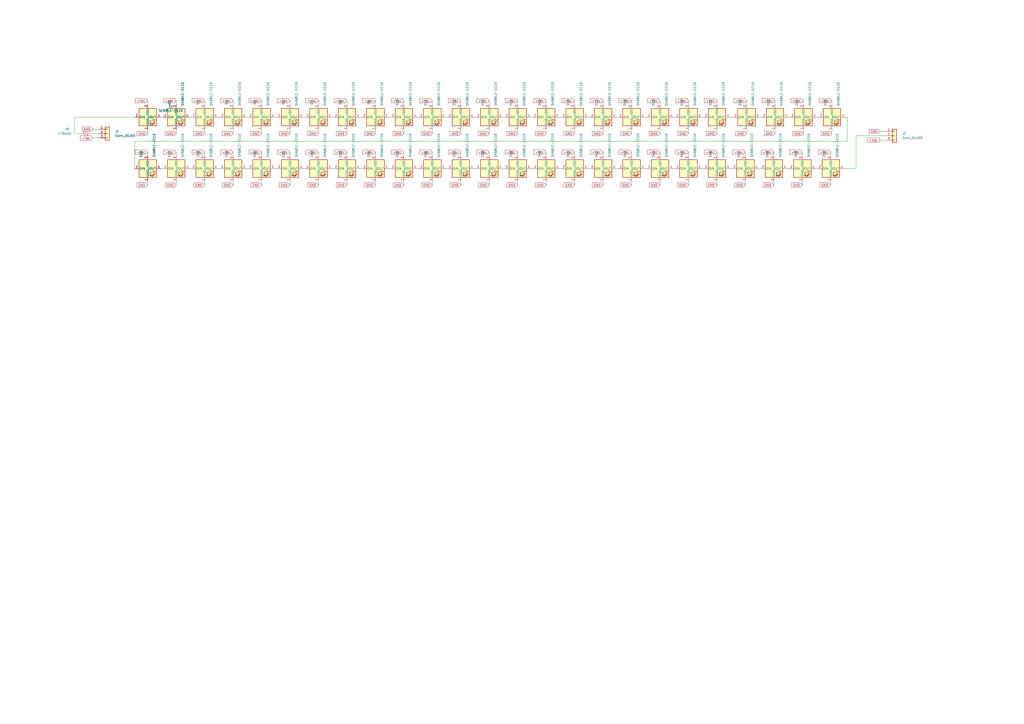
<source format=kicad_sch>
(kicad_sch (version 20231120) (generator "eeschema") (generator_version "8.0")
  (paper "A2")
  (lib_symbols
    (symbol "Connector_Generic:Conn_01x03" (pin_names (offset 1.016) hide)
      (property "Reference" "J" (at 0 5.08 0))
      (property "Value" "Conn_01x03" (at 0 -5.08 0))
      (symbol "Conn_01x03_1_1"
        (rectangle (start -1.27 -2.413) (end 0 -2.667) (stroke (width 0.1524)))
        (rectangle (start -1.27 0.127) (end 0 -0.127) (stroke (width 0.1524)))
        (rectangle (start -1.27 2.667) (end 0 2.413) (stroke (width 0.1524)))
        (rectangle (start -1.27 3.81) (end 1.27 -3.81) (stroke (width 0.254)) (fill (type background)))
        (pin passive line (at -5.08 2.54 0) (length 3.81) (name "Pin_1") (number "1"))
        (pin passive line (at -5.08 0 0) (length 3.81) (name "Pin_2") (number "2"))
        (pin passive line (at -5.08 -2.54 0) (length 3.81) (name "Pin_3") (number "3"))
      )
    )
    (symbol "Device:R_Small_US" (pin_numbers hide) (pin_names (offset 0.254) hide)
      (property "Reference" "R" (at 0.762 0.508 0))
      (property "Value" "R_Small_US" (at 0.762 -1.016 0))
      (symbol "R_Small_US_1_1"
        (polyline (pts (xy 0 0) (xy 1.016 -0.381) (xy 0 -0.762) (xy -1.016 -1.143) (xy 0 -1.524)))
        (polyline (pts (xy 0 1.524) (xy 1.016 1.143) (xy 0 0.762) (xy -1.016 0.381) (xy 0 0)))
        (pin passive line (at 0 2.54 270) (length 1.016) (name "~") (number "1"))
        (pin passive line (at 0 -2.54 90) (length 1.016) (name "~") (number "2"))
      )
    )
    (symbol "_EC10-Test-Board-symbols:SK6812-EC10" (pin_names (offset 0.254))
      (property "Reference" "D" (at 5.08 5.715 0))
      (property "Value" "SK6812-EC10" (at 1.27 -5.715 0))
      (symbol "SK6812-EC10_0_0"
        (text "RGB" (at 2.286 -4.191 0) (effects (font (size 0.762 0.762))))
      )
      (symbol "SK6812-EC10_0_1"
        (polyline (pts (xy 1.27 -3.556) (xy 1.778 -3.556)))
        (polyline (pts (xy 1.27 -2.54) (xy 1.778 -2.54)))
        (polyline (pts (xy 4.699 -3.556) (xy 2.667 -3.556)))
        (polyline (pts (xy 2.286 -2.54) (xy 1.27 -3.556) (xy 1.27 -3.048)))
        (polyline (pts (xy 2.286 -1.524) (xy 1.27 -2.54) (xy 1.27 -2.032)))
        (polyline (pts (xy 3.683 -1.016) (xy 3.683 -3.556) (xy 3.683 -4.064)))
        (polyline (pts (xy 4.699 -1.524) (xy 2.667 -1.524) (xy 3.683 -3.556) (xy 4.699 -1.524)))
        (rectangle (start 5.08 5.08) (end -5.08 -5.08) (stroke (width 0.254)) (fill (type background)))
      )
      (symbol "SK6812-EC10_1_1"
        (pin power_in line (at 0 -7.62 90) (length 2.54) (name "GND") (number "1"))
        (pin input line (at -7.62 0 0) (length 2.54) (name "DIN") (number "2"))
        (pin power_in line (at 0 7.62 270) (length 2.54) (name "VDD") (number "3"))
        (pin output line (at 7.62 0 180) (length 2.54) (name "DOUT") (number "4"))
      )
    )
  )
  (wire (pts (xy 159.385 67.945) (xy 160.655 67.945)))
  (wire (pts (xy 283.845 105.41) (xy 283.845 107.315)))
  (wire (pts (xy 184.785 105.41) (xy 184.785 107.315)))
  (wire (pts (xy 349.885 58.42) (xy 349.885 60.325)))
  (wire (pts (xy 184.785 88.265) (xy 184.785 90.17)))
  (wire (pts (xy 390.525 67.945) (xy 391.795 67.945)))
  (wire (pts (xy 267.335 75.565) (xy 267.335 77.47)))
  (wire (pts (xy 349.885 75.565) (xy 349.885 77.47)))
  (wire (pts (xy 465.455 105.41) (xy 465.455 107.315)))
  (wire (pts (xy 102.235 105.41) (xy 102.235 107.315)))
  (wire (pts (xy 283.845 75.565) (xy 283.845 77.47)))
  (wire (pts (xy 184.785 58.42) (xy 184.785 60.325)))
  (wire (pts (xy 366.395 58.42) (xy 366.395 60.325)))
  (wire (pts (xy 466.09 58.42) (xy 466.09 60.325)))
  (wire (pts (xy 267.335 58.42) (xy 267.335 60.325)))
  (wire (pts (xy 57.15 77.47) (xy 52.07 77.47)))
  (wire (pts (xy 399.415 75.565) (xy 399.415 77.47)))
  (wire (pts (xy 217.805 105.41) (xy 217.805 107.315)))
  (wire (pts (xy 118.745 75.565) (xy 118.745 77.47)))
  (wire (pts (xy 340.995 67.945) (xy 342.265 67.945)))
  (wire (pts (xy 234.315 105.41) (xy 234.315 107.315)))
  (wire (pts (xy 457.2 67.945) (xy 458.47 67.945)))
  (wire (pts (xy 423.545 97.79) (xy 424.815 97.79)))
  (wire (pts (xy 440.055 97.79) (xy 441.325 97.79)))
  (wire (pts (xy 490.22 67.945) (xy 491.49 67.945)))
  (wire (pts (xy 415.925 75.565) (xy 415.925 77.47)))
  (wire (pts (xy 168.275 58.42) (xy 168.275 60.325)))
  (wire (pts (xy 448.945 88.265) (xy 448.945 90.17)))
  (wire (pts (xy 258.445 67.945) (xy 259.715 67.945)))
  (wire (pts (xy 85.725 88.265) (xy 85.725 90.17)))
  (wire (pts (xy 151.765 75.565) (xy 151.765 77.47)))
  (wire (pts (xy 433.07 58.42) (xy 433.07 60.325)))
  (wire (pts (xy 291.465 97.79) (xy 292.735 97.79)))
  (wire (pts (xy 432.435 105.41) (xy 432.435 107.315)))
  (wire (pts (xy 225.425 97.79) (xy 226.695 97.79)))
  (wire (pts (xy 241.935 97.79) (xy 243.205 97.79)))
  (wire (pts (xy 102.235 58.42) (xy 102.235 60.325)))
  (wire (pts (xy 201.295 88.265) (xy 201.295 90.17)))
  (wire (pts (xy 250.825 58.42) (xy 250.825 60.325)))
  (wire (pts (xy 217.805 75.565) (xy 217.805 77.47)))
  (wire (pts (xy 374.015 97.79) (xy 375.285 97.79)))
  (wire (pts (xy 449.58 75.565) (xy 449.58 77.47)))
  (wire (pts (xy 175.895 67.945) (xy 177.165 67.945)))
  (wire (pts (xy 489.585 97.79) (xy 496.57 97.79)))
  (wire (pts (xy 43.18 67.945) (xy 78.105 67.945)))
  (wire (pts (xy 274.955 97.79) (xy 276.225 97.79)))
  (wire (pts (xy 491.49 81.915) (xy 491.49 67.945)))
  (wire (pts (xy 118.745 105.41) (xy 118.745 107.315)))
  (wire (pts (xy 300.355 105.41) (xy 300.355 107.315)))
  (wire (pts (xy 390.525 97.79) (xy 391.795 97.79)))
  (wire (pts (xy 118.745 88.265) (xy 118.745 90.17)))
  (wire (pts (xy 473.075 97.79) (xy 474.345 97.79)))
  (wire (pts (xy 382.905 105.41) (xy 382.905 107.315)))
  (wire (pts (xy 316.865 105.41) (xy 316.865 107.315)))
  (wire (pts (xy 415.925 88.265) (xy 415.925 90.17)))
  (wire (pts (xy 357.505 97.79) (xy 358.775 97.79)))
  (wire (pts (xy 307.975 97.79) (xy 309.245 97.79)))
  (wire (pts (xy 283.845 88.265) (xy 283.845 90.17)))
  (wire (pts (xy 510.54 76.2) (xy 513.715 76.2)))
  (wire (pts (xy 250.825 75.565) (xy 250.825 77.47)))
  (wire (pts (xy 217.805 88.265) (xy 217.805 90.17)))
  (wire (pts (xy 234.315 75.565) (xy 234.315 77.47)))
  (wire (pts (xy 316.865 88.265) (xy 316.865 90.17)))
  (wire (pts (xy 349.885 88.265) (xy 349.885 90.17)))
  (wire (pts (xy 168.275 75.565) (xy 168.275 77.47)))
  (wire (pts (xy 53.975 80.01) (xy 57.15 80.01)))
  (wire (pts (xy 307.975 67.945) (xy 309.245 67.945)))
  (wire (pts (xy 267.335 105.41) (xy 267.335 107.315)))
  (wire (pts (xy 135.255 88.265) (xy 135.255 90.17)))
  (wire (pts (xy 333.375 88.265) (xy 333.375 90.17)))
  (wire (pts (xy 482.6 75.565) (xy 482.6 77.47)))
  (wire (pts (xy 349.885 105.41) (xy 349.885 107.315)))
  (wire (pts (xy 135.255 75.565) (xy 135.255 77.47)))
  (wire (pts (xy 449.58 58.42) (xy 449.58 60.325)))
  (wire (pts (xy 399.415 88.265) (xy 399.415 90.17)))
  (wire (pts (xy 466.09 75.565) (xy 466.09 77.47)))
  (wire (pts (xy 102.235 88.265) (xy 102.235 90.17)))
  (wire (pts (xy 241.935 67.945) (xy 243.205 67.945)))
  (wire (pts (xy 46.99 77.47) (xy 43.18 77.47)))
  (wire (pts (xy 324.485 67.945) (xy 325.755 67.945)))
  (wire (pts (xy 53.975 74.93) (xy 57.15 74.93)))
  (wire (pts (xy 85.725 58.42) (xy 85.725 60.325)))
  (wire (pts (xy 93.345 97.79) (xy 94.615 97.79)))
  (wire (pts (xy 316.865 58.42) (xy 316.865 60.325)))
  (wire (pts (xy 102.235 75.565) (xy 102.235 77.47)))
  (wire (pts (xy 423.545 67.945) (xy 425.45 67.945)))
  (wire (pts (xy 456.565 97.79) (xy 457.835 97.79)))
  (wire (pts (xy 250.825 105.41) (xy 250.825 107.315)))
  (wire (pts (xy 473.71 67.945) (xy 474.98 67.945)))
  (wire (pts (xy 496.57 97.79) (xy 496.57 78.74)))
  (wire (pts (xy 151.765 88.265) (xy 151.765 90.17)))
  (wire (pts (xy 208.915 67.945) (xy 210.185 67.945)))
  (wire (pts (xy 291.465 67.945) (xy 292.735 67.945)))
  (wire (pts (xy 324.485 97.79) (xy 325.755 97.79)))
  (wire (pts (xy 151.765 58.42) (xy 151.765 60.325)))
  (wire (pts (xy 415.925 58.42) (xy 415.925 60.325)))
  (wire (pts (xy 168.275 105.41) (xy 168.275 107.315)))
  (wire (pts (xy 85.725 75.565) (xy 85.725 77.47)))
  (wire (pts (xy 142.875 97.79) (xy 144.145 97.79)))
  (wire (pts (xy 43.18 77.47) (xy 43.18 67.945)))
  (wire (pts (xy 481.965 105.41) (xy 481.965 107.315)))
  (wire (pts (xy 201.295 58.42) (xy 201.295 60.325)))
  (wire (pts (xy 482.6 58.42) (xy 482.6 60.325)))
  (wire (pts (xy 201.295 105.41) (xy 201.295 107.315)))
  (wire (pts (xy 159.385 97.79) (xy 160.655 97.79)))
  (wire (pts (xy 126.365 97.79) (xy 127.635 97.79)))
  (wire (pts (xy 340.995 97.79) (xy 342.265 97.79)))
  (wire (pts (xy 283.845 58.42) (xy 283.845 60.325)))
  (wire (pts (xy 399.415 58.42) (xy 399.415 60.325)))
  (wire (pts (xy 366.395 105.41) (xy 366.395 107.315)))
  (wire (pts (xy 366.395 88.265) (xy 366.395 90.17)))
  (wire (pts (xy 192.405 67.945) (xy 193.675 67.945)))
  (wire (pts (xy 135.255 105.41) (xy 135.255 107.315)))
  (wire (pts (xy 382.905 88.265) (xy 382.905 90.17)))
  (wire (pts (xy 448.945 105.41) (xy 448.945 107.315)))
  (wire (pts (xy 432.435 88.265) (xy 432.435 90.17)))
  (wire (pts (xy 135.255 58.42) (xy 135.255 60.325)))
  (wire (pts (xy 300.355 75.565) (xy 300.355 77.47)))
  (wire (pts (xy 382.905 75.565) (xy 382.905 77.47)))
  (wire (pts (xy 333.375 58.42) (xy 333.375 60.325)))
  (wire (pts (xy 267.335 88.265) (xy 267.335 90.17)))
  (wire (pts (xy 258.445 97.79) (xy 259.715 97.79)))
  (wire (pts (xy 399.415 105.41) (xy 399.415 107.315)))
  (wire (pts (xy 300.355 58.42) (xy 300.355 60.325)))
  (wire (pts (xy 201.295 75.565) (xy 201.295 77.47)))
  (wire (pts (xy 415.925 105.41) (xy 415.925 107.315)))
  (wire (pts (xy 142.875 67.945) (xy 144.145 67.945)))
  (wire (pts (xy 184.785 75.565) (xy 184.785 77.47)))
  (wire (pts (xy 234.315 58.42) (xy 234.315 60.325)))
  (wire (pts (xy 175.895 97.79) (xy 177.165 97.79)))
  (wire (pts (xy 118.745 58.42) (xy 118.745 60.325)))
  (wire (pts (xy 407.035 97.79) (xy 408.305 97.79)))
  (wire (pts (xy 407.035 67.945) (xy 408.305 67.945)))
  (wire (pts (xy 510.54 81.28) (xy 513.715 81.28)))
  (wire (pts (xy 168.275 88.265) (xy 168.275 90.17)))
  (wire (pts (xy 109.855 67.945) (xy 111.125 67.945)))
  (wire (pts (xy 225.425 67.945) (xy 226.695 67.945)))
  (wire (pts (xy 465.455 88.265) (xy 465.455 90.17)))
  (wire (pts (xy 250.825 88.265) (xy 250.825 90.17)))
  (wire (pts (xy 374.015 67.945) (xy 375.285 67.945)))
  (wire (pts (xy 78.105 97.79) (xy 78.105 81.915)))
  (wire (pts (xy 126.365 67.945) (xy 127.635 67.945)))
  (wire (pts (xy 300.355 88.265) (xy 300.355 90.17)))
  (wire (pts (xy 109.855 97.79) (xy 111.125 97.79)))
  (wire (pts (xy 93.345 67.945) (xy 94.615 67.945)))
  (wire (pts (xy 217.805 58.42) (xy 217.805 60.325)))
  (wire (pts (xy 85.725 105.41) (xy 85.725 107.315)))
  (wire (pts (xy 208.915 97.79) (xy 210.185 97.79)))
  (wire (pts (xy 496.57 78.74) (xy 513.715 78.74)))
  (wire (pts (xy 366.395 75.565) (xy 366.395 77.47)))
  (wire (pts (xy 274.955 67.945) (xy 276.225 67.945)))
  (wire (pts (xy 433.07 75.565) (xy 433.07 77.47)))
  (wire (pts (xy 234.315 88.265) (xy 234.315 90.17)))
  (wire (pts (xy 151.765 105.41) (xy 151.765 107.315)))
  (wire (pts (xy 440.69 67.945) (xy 441.96 67.945)))
  (wire (pts (xy 333.375 75.565) (xy 333.375 77.47)))
  (wire (pts (xy 357.505 67.945) (xy 358.775 67.945)))
  (wire (pts (xy 481.965 88.265) (xy 481.965 90.17)))
  (wire (pts (xy 78.105 81.915) (xy 491.49 81.915)))
  (wire (pts (xy 382.905 58.42) (xy 382.905 60.325)))
  (wire (pts (xy 333.375 105.41) (xy 333.375 107.315)))
  (wire (pts (xy 192.405 97.79) (xy 193.675 97.79)))
  (wire (pts (xy 316.865 75.565) (xy 316.865 77.47)))
  (global_label "GND" (shape input) (at 316.865 107.315 180) (property "Intersheetrefs" "${INTERSHEET_REFS}" (effects (hide yes))))
  (global_label "GND" (shape input) (at 135.255 107.315 180) (property "Intersheetrefs" "${INTERSHEET_REFS}" (effects (hide yes))))
  (global_label "GND" (shape input) (at 118.745 107.315 180) (property "Intersheetrefs" "${INTERSHEET_REFS}" (effects (hide yes))))
  (global_label "+Vdc" (shape input) (at 333.375 88.265 180) (property "Intersheetrefs" "${INTERSHEET_REFS}" (effects (hide yes))))
  (global_label "+Vdc" (shape input) (at 53.975 80.01 180) (property "Intersheetrefs" "${INTERSHEET_REFS}" (effects (hide yes))))
  (global_label "GND" (shape input) (at 184.785 107.315 180) (property "Intersheetrefs" "${INTERSHEET_REFS}" (effects (hide yes))))
  (global_label "GND" (shape input) (at 466.09 77.47 180) (property "Intersheetrefs" "${INTERSHEET_REFS}" (effects (hide yes))))
  (global_label "GND" (shape input) (at 433.07 77.47 180) (property "Intersheetrefs" "${INTERSHEET_REFS}" (effects (hide yes))))
  (global_label "+Vdc" (shape input) (at 399.415 58.42 180) (property "Intersheetrefs" "${INTERSHEET_REFS}" (effects (hide yes))))
  (global_label "+Vdc" (shape input) (at 168.275 88.265 180) (property "Intersheetrefs" "${INTERSHEET_REFS}" (effects (hide yes))))
  (global_label "+Vdc" (shape input) (at 201.295 88.265 180) (property "Intersheetrefs" "${INTERSHEET_REFS}" (effects (hide yes))))
  (global_label "GND" (shape input) (at 382.905 107.315 180) (property "Intersheetrefs" "${INTERSHEET_REFS}" (effects (hide yes))))
  (global_label "+Vdc" (shape input) (at 382.905 88.265 180) (property "Intersheetrefs" "${INTERSHEET_REFS}" (effects (hide yes))))
  (global_label "GND" (shape input) (at 300.355 107.315 180) (property "Intersheetrefs" "${INTERSHEET_REFS}" (effects (hide yes))))
  (global_label "+Vdc" (shape input) (at 448.945 88.265 180) (property "Intersheetrefs" "${INTERSHEET_REFS}" (effects (hide yes))))
  (global_label "GND" (shape input) (at 465.455 107.315 180) (property "Intersheetrefs" "${INTERSHEET_REFS}" (effects (hide yes))))
  (global_label "GND" (shape input) (at 349.885 107.315 180) (property "Intersheetrefs" "${INTERSHEET_REFS}" (effects (hide yes))))
  (global_label "+Vdc" (shape input) (at 399.415 88.265 180) (property "Intersheetrefs" "${INTERSHEET_REFS}" (effects (hide yes))))
  (global_label "GND" (shape input) (at 250.825 107.315 180) (property "Intersheetrefs" "${INTERSHEET_REFS}" (effects (hide yes))))
  (global_label "+Vdc" (shape input) (at 316.865 88.265 180) (property "Intersheetrefs" "${INTERSHEET_REFS}" (effects (hide yes))))
  (global_label "+Vdc" (shape input) (at 316.865 58.42 180) (property "Intersheetrefs" "${INTERSHEET_REFS}" (effects (hide yes))))
  (global_label "GND" (shape input) (at 283.845 107.315 180) (property "Intersheetrefs" "${INTERSHEET_REFS}" (effects (hide yes))))
  (global_label "+Vdc" (shape input) (at 85.725 88.265 180) (property "Intersheetrefs" "${INTERSHEET_REFS}" (effects (hide yes))))
  (global_label "GND" (shape input) (at 349.885 77.47 180) (property "Intersheetrefs" "${INTERSHEET_REFS}" (effects (hide yes))))
  (global_label "+Vdc" (shape input) (at 267.335 58.42 180) (property "Intersheetrefs" "${INTERSHEET_REFS}" (effects (hide yes))))
  (global_label "GND" (shape input) (at 399.415 77.47 180) (property "Intersheetrefs" "${INTERSHEET_REFS}" (effects (hide yes))))
  (global_label "+Vdc" (shape input) (at 382.905 58.42 180) (property "Intersheetrefs" "${INTERSHEET_REFS}" (effects (hide yes))))
  (global_label "GND" (shape input) (at 267.335 107.315 180) (property "Intersheetrefs" "${INTERSHEET_REFS}" (effects (hide yes))))
  (global_label "GND" (shape input) (at 333.375 77.47 180) (property "Intersheetrefs" "${INTERSHEET_REFS}" (effects (hide yes))))
  (global_label "+Vdc" (shape input) (at 333.375 58.42 180) (property "Intersheetrefs" "${INTERSHEET_REFS}" (effects (hide yes))))
  (global_label "+Vdc" (shape input) (at 250.825 88.265 180) (property "Intersheetrefs" "${INTERSHEET_REFS}" (effects (hide yes))))
  (global_label "GND" (shape input) (at 234.315 107.315 180) (property "Intersheetrefs" "${INTERSHEET_REFS}" (effects (hide yes))))
  (global_label "GND" (shape input) (at 135.255 77.47 180) (property "Intersheetrefs" "${INTERSHEET_REFS}" (effects (hide yes))))
  (global_label "+Vdc" (shape input) (at 118.745 58.42 180) (property "Intersheetrefs" "${INTERSHEET_REFS}" (effects (hide yes))))
  (global_label "GND" (shape input) (at 316.865 77.47 180) (property "Intersheetrefs" "${INTERSHEET_REFS}" (effects (hide yes))))
  (global_label "GND" (shape input) (at 102.235 107.315 180) (property "Intersheetrefs" "${INTERSHEET_REFS}" (effects (hide yes))))
  (global_label "+Vdc" (shape input) (at 466.09 58.42 180) (property "Intersheetrefs" "${INTERSHEET_REFS}" (effects (hide yes))))
  (global_label "+Vdc" (shape input) (at 300.355 88.265 180) (property "Intersheetrefs" "${INTERSHEET_REFS}" (effects (hide yes))))
  (global_label "+Vdc" (shape input) (at 234.315 88.265 180) (property "Intersheetrefs" "${INTERSHEET_REFS}" (effects (hide yes))))
  (global_label "+Vdc" (shape input) (at 482.6 58.42 180) (property "Intersheetrefs" "${INTERSHEET_REFS}" (effects (hide yes))))
  (global_label "GND" (shape input) (at 382.905 77.47 180) (property "Intersheetrefs" "${INTERSHEET_REFS}" (effects (hide yes))))
  (global_label "+Vdc" (shape input) (at 85.725 58.42 180) (property "Intersheetrefs" "${INTERSHEET_REFS}" (effects (hide yes))))
  (global_label "+Vdc" (shape input) (at 217.805 58.42 180) (property "Intersheetrefs" "${INTERSHEET_REFS}" (effects (hide yes))))
  (global_label "GND" (shape input) (at 449.58 77.47 180) (property "Intersheetrefs" "${INTERSHEET_REFS}" (effects (hide yes))))
  (global_label "+Vdc" (shape input) (at 349.885 88.265 180) (property "Intersheetrefs" "${INTERSHEET_REFS}" (effects (hide yes))))
  (global_label "GND" (shape input) (at 482.6 77.47 180) (property "Intersheetrefs" "${INTERSHEET_REFS}" (effects (hide yes))))
  (global_label "+Vdc" (shape input) (at 465.455 88.265 180) (property "Intersheetrefs" "${INTERSHEET_REFS}" (effects (hide yes))))
  (global_label "+Vdc" (shape input) (at 366.395 88.265 180) (property "Intersheetrefs" "${INTERSHEET_REFS}" (effects (hide yes))))
  (global_label "GND" (shape input) (at 300.355 77.47 180) (property "Intersheetrefs" "${INTERSHEET_REFS}" (effects (hide yes))))
  (global_label "GND" (shape input) (at 53.975 74.93 180) (property "Intersheetrefs" "${INTERSHEET_REFS}" (effects (hide yes))))
  (global_label "+Vdc" (shape input) (at 217.805 88.265 180) (property "Intersheetrefs" "${INTERSHEET_REFS}" (effects (hide yes))))
  (global_label "+Vdc" (shape input) (at 168.275 58.42 180) (property "Intersheetrefs" "${INTERSHEET_REFS}" (effects (hide yes))))
  (global_label "+Vdc" (shape input) (at 102.235 88.265 180) (property "Intersheetrefs" "${INTERSHEET_REFS}" (effects (hide yes))))
  (global_label "+Vdc" (shape input) (at 201.295 58.42 180) (property "Intersheetrefs" "${INTERSHEET_REFS}" (effects (hide yes))))
  (global_label "GND" (shape input) (at 234.315 77.47 180) (property "Intersheetrefs" "${INTERSHEET_REFS}" (effects (hide yes))))
  (global_label "GND" (shape input) (at 481.965 107.315 180) (property "Intersheetrefs" "${INTERSHEET_REFS}" (effects (hide yes))))
  (global_label "GND" (shape input) (at 366.395 77.47 180) (property "Intersheetrefs" "${INTERSHEET_REFS}" (effects (hide yes))))
  (global_label "GND" (shape input) (at 102.235 77.47 180) (property "Intersheetrefs" "${INTERSHEET_REFS}" (effects (hide yes))))
  (global_label "+Vdc" (shape input) (at 510.54 81.28 180) (property "Intersheetrefs" "${INTERSHEET_REFS}" (effects (hide yes))))
  (global_label "GND" (shape input) (at 333.375 107.315 180) (property "Intersheetrefs" "${INTERSHEET_REFS}" (effects (hide yes))))
  (global_label "+Vdc" (shape input) (at 234.315 58.42 180) (property "Intersheetrefs" "${INTERSHEET_REFS}" (effects (hide yes))))
  (global_label "+Vdc" (shape input) (at 433.07 58.42 180) (property "Intersheetrefs" "${INTERSHEET_REFS}" (effects (hide yes))))
  (global_label "+Vdc" (shape input) (at 184.785 58.42 180) (property "Intersheetrefs" "${INTERSHEET_REFS}" (effects (hide yes))))
  (global_label "GND" (shape input) (at 432.435 107.315 180) (property "Intersheetrefs" "${INTERSHEET_REFS}" (effects (hide yes))))
  (global_label "+Vdc" (shape input) (at 151.765 88.265 180) (property "Intersheetrefs" "${INTERSHEET_REFS}" (effects (hide yes))))
  (global_label "+Vdc" (shape input) (at 432.435 88.265 180) (property "Intersheetrefs" "${INTERSHEET_REFS}" (effects (hide yes))))
  (global_label "GND" (shape input) (at 168.275 77.47 180) (property "Intersheetrefs" "${INTERSHEET_REFS}" (effects (hide yes))))
  (global_label "GND" (shape input) (at 399.415 107.315 180) (property "Intersheetrefs" "${INTERSHEET_REFS}" (effects (hide yes))))
  (global_label "GND" (shape input) (at 283.845 77.47 180) (property "Intersheetrefs" "${INTERSHEET_REFS}" (effects (hide yes))))
  (global_label "+Vdc" (shape input) (at 415.925 88.265 180) (property "Intersheetrefs" "${INTERSHEET_REFS}" (effects (hide yes))))
  (global_label "GND" (shape input) (at 118.745 77.47 180) (property "Intersheetrefs" "${INTERSHEET_REFS}" (effects (hide yes))))
  (global_label "GND" (shape input) (at 85.725 77.47 180) (property "Intersheetrefs" "${INTERSHEET_REFS}" (effects (hide yes))))
  (global_label "GND" (shape input) (at 201.295 107.315 180) (property "Intersheetrefs" "${INTERSHEET_REFS}" (effects (hide yes))))
  (global_label "+Vdc" (shape input) (at 366.395 58.42 180) (property "Intersheetrefs" "${INTERSHEET_REFS}" (effects (hide yes))))
  (global_label "GND" (shape input) (at 85.725 107.315 180) (property "Intersheetrefs" "${INTERSHEET_REFS}" (effects (hide yes))))
  (global_label "+Vdc" (shape input) (at 135.255 88.265 180) (property "Intersheetrefs" "${INTERSHEET_REFS}" (effects (hide yes))))
  (global_label "+Vdc" (shape input) (at 135.255 58.42 180) (property "Intersheetrefs" "${INTERSHEET_REFS}" (effects (hide yes))))
  (global_label "+Vdc" (shape input) (at 349.885 58.42 180) (property "Intersheetrefs" "${INTERSHEET_REFS}" (effects (hide yes))))
  (global_label "GND" (shape input) (at 151.765 107.315 180) (property "Intersheetrefs" "${INTERSHEET_REFS}" (effects (hide yes))))
  (global_label "GND" (shape input) (at 250.825 77.47 180) (property "Intersheetrefs" "${INTERSHEET_REFS}" (effects (hide yes))))
  (global_label "+Vdc" (shape input) (at 449.58 58.42 180) (property "Intersheetrefs" "${INTERSHEET_REFS}" (effects (hide yes))))
  (global_label "GND" (shape input) (at 267.335 77.47 180) (property "Intersheetrefs" "${INTERSHEET_REFS}" (effects (hide yes))))
  (global_label "GND" (shape input) (at 415.925 77.47 180) (property "Intersheetrefs" "${INTERSHEET_REFS}" (effects (hide yes))))
  (global_label "GND" (shape input) (at 448.945 107.315 180) (property "Intersheetrefs" "${INTERSHEET_REFS}" (effects (hide yes))))
  (global_label "GND" (shape input) (at 151.765 77.47 180) (property "Intersheetrefs" "${INTERSHEET_REFS}" (effects (hide yes))))
  (global_label "GND" (shape input) (at 217.805 77.47 180) (property "Intersheetrefs" "${INTERSHEET_REFS}" (effects (hide yes))))
  (global_label "GND" (shape input) (at 217.805 107.315 180) (property "Intersheetrefs" "${INTERSHEET_REFS}" (effects (hide yes))))
  (global_label "GND" (shape input) (at 510.54 76.2 180) (property "Intersheetrefs" "${INTERSHEET_REFS}" (effects (hide yes))))
  (global_label "+Vdc" (shape input) (at 184.785 88.265 180) (property "Intersheetrefs" "${INTERSHEET_REFS}" (effects (hide yes))))
  (global_label "+Vdc" (shape input) (at 283.845 58.42 180) (property "Intersheetrefs" "${INTERSHEET_REFS}" (effects (hide yes))))
  (global_label "+Vdc" (shape input) (at 415.925 58.42 180) (property "Intersheetrefs" "${INTERSHEET_REFS}" (effects (hide yes))))
  (global_label "+Vdc" (shape input) (at 300.355 58.42 180) (property "Intersheetrefs" "${INTERSHEET_REFS}" (effects (hide yes))))
  (global_label "+Vdc" (shape input) (at 250.825 58.42 180) (property "Intersheetrefs" "${INTERSHEET_REFS}" (effects (hide yes))))
  (global_label "GND" (shape input) (at 168.275 107.315 180) (property "Intersheetrefs" "${INTERSHEET_REFS}" (effects (hide yes))))
  (global_label "GND" (shape input) (at 184.785 77.47 180) (property "Intersheetrefs" "${INTERSHEET_REFS}" (effects (hide yes))))
  (global_label "GND" (shape input) (at 201.295 77.47 180) (property "Intersheetrefs" "${INTERSHEET_REFS}" (effects (hide yes))))
  (global_label "+Vdc" (shape input) (at 151.765 58.42 180) (property "Intersheetrefs" "${INTERSHEET_REFS}" (effects (hide yes))))
  (global_label "+Vdc" (shape input) (at 283.845 88.265 180) (property "Intersheetrefs" "${INTERSHEET_REFS}" (effects (hide yes))))
  (global_label "+Vdc" (shape input) (at 481.965 88.265 180) (property "Intersheetrefs" "${INTERSHEET_REFS}" (effects (hide yes))))
  (global_label "+Vdc" (shape input) (at 118.745 88.265 180) (property "Intersheetrefs" "${INTERSHEET_REFS}" (effects (hide yes))))
  (global_label "+Vdc" (shape input) (at 102.235 58.42 180) (property "Intersheetrefs" "${INTERSHEET_REFS}" (effects (hide yes))))
  (global_label "+Vdc" (shape input) (at 267.335 88.265 180) (property "Intersheetrefs" "${INTERSHEET_REFS}" (effects (hide yes))))
  (global_label "GND" (shape input) (at 366.395 107.315 180) (property "Intersheetrefs" "${INTERSHEET_REFS}" (effects (hide yes))))
  (global_label "GND" (shape input) (at 415.925 107.315 180) (property "Intersheetrefs" "${INTERSHEET_REFS}" (effects (hide yes))))
  (symbol (lib_id "_EC10-Test-Board-symbols:SK6812-EC10") (at 382.905 67.945 0) (unit 1)
    (property "Reference" "D19" (at 378.9934 59.4868 90))
    (property "Value" "SK6812-EC10" (at 386.6134 54.5338 90))
    (property "Footprint" "_EC10-Test-Board-Footprints:SK6805-EC10" (effects (hide yes)))
    (property "Datasheet" "https://cdn-shop.adafruit.com/product-files/5849/SK6805-EC10-000_REV.01_EN.pdf" (effects (hide yes)))
    (property "Description" "RGB LED with integrated controller" (effects (hide yes)))
  )
  (symbol (lib_id "_EC10-Test-Board-symbols:SK6812-EC10") (at 466.09 67.945 0) (unit 1)
    (property "Reference" "D24" (at 462.1784 59.4868 90))
    (property "Value" "SK6812-EC10" (at 469.7984 54.5338 90))
    (property "Footprint" "_EC10-Test-Board-Footprints:SK6805-EC10" (effects (hide yes)))
    (property "Datasheet" "https://cdn-shop.adafruit.com/product-files/5849/SK6805-EC10-000_REV.01_EN.pdf" (effects (hide yes)))
    (property "Description" "RGB LED with integrated controller" (effects (hide yes)))
  )
  (symbol (lib_id "_EC10-Test-Board-symbols:SK6812-EC10") (at 316.865 97.79 0) (unit 1)
    (property "Reference" "D40" (at 312.9534 89.3318 90))
    (property "Value" "SK6812-EC10" (at 320.5734 84.3788 90))
    (property "Footprint" "_EC10-Test-Board-Footprints:SK6805-EC10" (effects (hide yes)))
    (property "Datasheet" "https://cdn-shop.adafruit.com/product-files/5849/SK6805-EC10-000_REV.01_EN.pdf" (effects (hide yes)))
    (property "Description" "RGB LED with integrated controller" (effects (hide yes)))
  )
  (symbol (lib_id "Connector_Generic:Conn_01x03") (at 518.795 78.74 0) (unit 1)
    (property "Reference" "J2" (at 523.24 77.4699 0) (effects (justify left)))
    (property "Value" "Conn_01x03" (at 523.24 80.0099 0) (effects (justify left)))
    (property "Footprint" "Connector_PinHeader_2.54mm:PinHeader_1x03_P2.54mm_Vertical" (effects (hide yes)))
    (property "Description" "Generic connector, single row, 01x03, script generated (kicad-library-utils/schlib/autogen/connector/)" (effects (hide yes)))
  )
  (symbol (lib_id "_EC10-Test-Board-symbols:SK6812-EC10") (at 184.785 67.945 0) (unit 1)
    (property "Reference" "D7" (at 180.8734 59.4868 90))
    (property "Value" "SK6812-EC10" (at 188.4934 54.5338 90))
    (property "Footprint" "_EC10-Test-Board-Footprints:SK6805-EC10" (effects (hide yes)))
    (property "Datasheet" "https://cdn-shop.adafruit.com/product-files/5849/SK6805-EC10-000_REV.01_EN.pdf" (effects (hide yes)))
    (property "Description" "RGB LED with integrated controller" (effects (hide yes)))
  )
  (symbol (lib_id "_EC10-Test-Board-symbols:SK6812-EC10") (at 85.725 67.945 0) (unit 1)
    (property "Reference" "D1" (at 99.06 61.6264 0))
    (property "Value" "SK6812-EC10" (at 99.06 64.1664 0))
    (property "Footprint" "_EC10-Test-Board-Footprints:SK6805-EC10" (effects (hide yes)))
    (property "Datasheet" "https://cdn-shop.adafruit.com/product-files/5849/SK6805-EC10-000_REV.01_EN.pdf" (effects (hide yes)))
    (property "Description" "RGB LED with integrated controller" (effects (hide yes)))
  )
  (symbol (lib_id "_EC10-Test-Board-symbols:SK6812-EC10") (at 250.825 67.945 0) (unit 1)
    (property "Reference" "D11" (at 246.9134 59.4868 90))
    (property "Value" "SK6812-EC10" (at 254.5334 54.5338 90))
    (property "Footprint" "_EC10-Test-Board-Footprints:SK6805-EC10" (effects (hide yes)))
    (property "Datasheet" "https://cdn-shop.adafruit.com/product-files/5849/SK6805-EC10-000_REV.01_EN.pdf" (effects (hide yes)))
    (property "Description" "RGB LED with integrated controller" (effects (hide yes)))
  )
  (symbol (lib_id "_EC10-Test-Board-symbols:SK6812-EC10") (at 432.435 97.79 0) (unit 1)
    (property "Reference" "D47" (at 428.5234 89.3318 90))
    (property "Value" "SK6812-EC10" (at 436.1434 84.3788 90))
    (property "Footprint" "_EC10-Test-Board-Footprints:SK6805-EC10" (effects (hide yes)))
    (property "Datasheet" "https://cdn-shop.adafruit.com/product-files/5849/SK6805-EC10-000_REV.01_EN.pdf" (effects (hide yes)))
    (property "Description" "RGB LED with integrated controller" (effects (hide yes)))
  )
  (symbol (lib_id "_EC10-Test-Board-symbols:SK6812-EC10") (at 349.885 67.945 0) (unit 1)
    (property "Reference" "D17" (at 345.9734 59.4868 90))
    (property "Value" "SK6812-EC10" (at 353.5934 54.5338 90))
    (property "Footprint" "_EC10-Test-Board-Footprints:SK6805-EC10" (effects (hide yes)))
    (property "Datasheet" "https://cdn-shop.adafruit.com/product-files/5849/SK6805-EC10-000_REV.01_EN.pdf" (effects (hide yes)))
    (property "Description" "RGB LED with integrated controller" (effects (hide yes)))
  )
  (symbol (lib_id "_EC10-Test-Board-symbols:SK6812-EC10") (at 118.745 67.945 0) (unit 1)
    (property "Reference" "D3" (at 114.8334 59.4868 90))
    (property "Value" "SK6812-EC10" (at 122.4534 54.5338 90))
    (property "Footprint" "_EC10-Test-Board-Footprints:SK6805-EC10" (effects (hide yes)))
    (property "Datasheet" "https://cdn-shop.adafruit.com/product-files/5849/SK6805-EC10-000_REV.01_EN.pdf" (effects (hide yes)))
    (property "Description" "RGB LED with integrated controller" (effects (hide yes)))
  )
  (symbol (lib_id "_EC10-Test-Board-symbols:SK6812-EC10") (at 448.945 97.79 0) (unit 1)
    (property "Reference" "D48" (at 445.0334 89.3318 90))
    (property "Value" "SK6812-EC10" (at 452.6534 84.3788 90))
    (property "Footprint" "_EC10-Test-Board-Footprints:SK6805-EC10" (effects (hide yes)))
    (property "Datasheet" "https://cdn-shop.adafruit.com/product-files/5849/SK6805-EC10-000_REV.01_EN.pdf" (effects (hide yes)))
    (property "Description" "RGB LED with integrated controller" (effects (hide yes)))
  )
  (symbol (lib_id "_EC10-Test-Board-symbols:SK6812-EC10") (at 234.315 67.945 0) (unit 1)
    (property "Reference" "D10" (at 230.4034 59.4868 90))
    (property "Value" "SK6812-EC10" (at 238.0234 54.5338 90))
    (property "Footprint" "_EC10-Test-Board-Footprints:SK6805-EC10" (effects (hide yes)))
    (property "Datasheet" "https://cdn-shop.adafruit.com/product-files/5849/SK6805-EC10-000_REV.01_EN.pdf" (effects (hide yes)))
    (property "Description" "RGB LED with integrated controller" (effects (hide yes)))
  )
  (symbol (lib_id "Device:R_Small_US") (at 49.53 77.47 90) (unit 1)
    (property "Reference" "R1" (at 39.37 74.93 90))
    (property "Value" "470ohm" (at 37.465 77.47 90))
    (property "Footprint" "Resistor_SMD:R_0603_1608Metric" (effects (hide yes)))
    (property "Description" "Resistor, small US symbol" (effects (hide yes)))
  )
  (symbol (lib_id "_EC10-Test-Board-symbols:SK6812-EC10") (at 168.275 67.945 0) (unit 1)
    (property "Reference" "D6" (at 164.3634 59.4868 90))
    (property "Value" "SK6812-EC10" (at 171.9834 54.5338 90))
    (property "Footprint" "_EC10-Test-Board-Footprints:SK6805-EC10" (effects (hide yes)))
    (property "Datasheet" "https://cdn-shop.adafruit.com/product-files/5849/SK6805-EC10-000_REV.01_EN.pdf" (effects (hide yes)))
    (property "Description" "RGB LED with integrated controller" (effects (hide yes)))
  )
  (symbol (lib_id "_EC10-Test-Board-symbols:SK6812-EC10") (at 85.725 97.79 0) (unit 1)
    (property "Reference" "D26" (at 81.8134 89.3318 90))
    (property "Value" "SK6812-EC10" (at 89.4334 84.3788 90))
    (property "Footprint" "_EC10-Test-Board-Footprints:SK6805-EC10" (effects (hide yes)))
    (property "Datasheet" "https://cdn-shop.adafruit.com/product-files/5849/SK6805-EC10-000_REV.01_EN.pdf" (effects (hide yes)))
    (property "Description" "RGB LED with integrated controller" (effects (hide yes)))
  )
  (symbol (lib_id "_EC10-Test-Board-symbols:SK6812-EC10") (at 316.865 67.945 0) (unit 1)
    (property "Reference" "D15" (at 312.9534 59.4868 90))
    (property "Value" "SK6812-EC10" (at 320.5734 54.5338 90))
    (property "Footprint" "_EC10-Test-Board-Footprints:SK6805-EC10" (effects (hide yes)))
    (property "Datasheet" "https://cdn-shop.adafruit.com/product-files/5849/SK6805-EC10-000_REV.01_EN.pdf" (effects (hide yes)))
    (property "Description" "RGB LED with integrated controller" (effects (hide yes)))
  )
  (symbol (lib_id "_EC10-Test-Board-symbols:SK6812-EC10") (at 482.6 67.945 0) (unit 1)
    (property "Reference" "D25" (at 478.6884 59.4868 90))
    (property "Value" "SK6812-EC10" (at 486.3084 54.5338 90))
    (property "Footprint" "_EC10-Test-Board-Footprints:SK6805-EC10" (effects (hide yes)))
    (property "Datasheet" "https://cdn-shop.adafruit.com/product-files/5849/SK6805-EC10-000_REV.01_EN.pdf" (effects (hide yes)))
    (property "Description" "RGB LED with integrated controller" (effects (hide yes)))
  )
  (symbol (lib_id "_EC10-Test-Board-symbols:SK6812-EC10") (at 234.315 97.79 0) (unit 1)
    (property "Reference" "D35" (at 230.4034 89.3318 90))
    (property "Value" "SK6812-EC10" (at 238.0234 84.3788 90))
    (property "Footprint" "_EC10-Test-Board-Footprints:SK6805-EC10" (effects (hide yes)))
    (property "Datasheet" "https://cdn-shop.adafruit.com/product-files/5849/SK6805-EC10-000_REV.01_EN.pdf" (effects (hide yes)))
    (property "Description" "RGB LED with integrated controller" (effects (hide yes)))
  )
  (symbol (lib_id "_EC10-Test-Board-symbols:SK6812-EC10") (at 399.415 97.79 0) (unit 1)
    (property "Reference" "D45" (at 395.5034 89.3318 90))
    (property "Value" "SK6812-EC10" (at 403.1234 84.3788 90))
    (property "Footprint" "_EC10-Test-Board-Footprints:SK6805-EC10" (effects (hide yes)))
    (property "Datasheet" "https://cdn-shop.adafruit.com/product-files/5849/SK6805-EC10-000_REV.01_EN.pdf" (effects (hide yes)))
    (property "Description" "RGB LED with integrated controller" (effects (hide yes)))
  )
  (symbol (lib_id "_EC10-Test-Board-symbols:SK6812-EC10") (at 415.925 97.79 0) (unit 1)
    (property "Reference" "D46" (at 412.0134 89.3318 90))
    (property "Value" "SK6812-EC10" (at 419.6334 84.3788 90))
    (property "Footprint" "_EC10-Test-Board-Footprints:SK6805-EC10" (effects (hide yes)))
    (property "Datasheet" "https://cdn-shop.adafruit.com/product-files/5849/SK6805-EC10-000_REV.01_EN.pdf" (effects (hide yes)))
    (property "Description" "RGB LED with integrated controller" (effects (hide yes)))
  )
  (symbol (lib_id "_EC10-Test-Board-symbols:SK6812-EC10") (at 201.295 67.945 0) (unit 1)
    (property "Reference" "D8" (at 197.3834 59.4868 90))
    (property "Value" "SK6812-EC10" (at 205.0034 54.5338 90))
    (property "Footprint" "_EC10-Test-Board-Footprints:SK6805-EC10" (effects (hide yes)))
    (property "Datasheet" "https://cdn-shop.adafruit.com/product-files/5849/SK6805-EC10-000_REV.01_EN.pdf" (effects (hide yes)))
    (property "Description" "RGB LED with integrated controller" (effects (hide yes)))
  )
  (symbol (lib_id "_EC10-Test-Board-symbols:SK6812-EC10") (at 449.58 67.945 0) (unit 1)
    (property "Reference" "D23" (at 445.6684 59.4868 90))
    (property "Value" "SK6812-EC10" (at 453.2884 54.5338 90))
    (property "Footprint" "_EC10-Test-Board-Footprints:SK6805-EC10" (effects (hide yes)))
    (property "Datasheet" "https://cdn-shop.adafruit.com/product-files/5849/SK6805-EC10-000_REV.01_EN.pdf" (effects (hide yes)))
    (property "Description" "RGB LED with integrated controller" (effects (hide yes)))
  )
  (symbol (lib_id "_EC10-Test-Board-symbols:SK6812-EC10") (at 481.965 97.79 0) (unit 1)
    (property "Reference" "D50" (at 478.0534 89.3318 90))
    (property "Value" "SK6812-EC10" (at 485.6734 84.3788 90))
    (property "Footprint" "_EC10-Test-Board-Footprints:SK6805-EC10" (effects (hide yes)))
    (property "Datasheet" "https://cdn-shop.adafruit.com/product-files/5849/SK6805-EC10-000_REV.01_EN.pdf" (effects (hide yes)))
    (property "Description" "RGB LED with integrated controller" (effects (hide yes)))
  )
  (symbol (lib_id "_EC10-Test-Board-symbols:SK6812-EC10") (at 168.275 97.79 0) (unit 1)
    (property "Reference" "D31" (at 164.3634 89.3318 90))
    (property "Value" "SK6812-EC10" (at 171.9834 84.3788 90))
    (property "Footprint" "_EC10-Test-Board-Footprints:SK6805-EC10" (effects (hide yes)))
    (property "Datasheet" "https://cdn-shop.adafruit.com/product-files/5849/SK6805-EC10-000_REV.01_EN.pdf" (effects (hide yes)))
    (property "Description" "RGB LED with integrated controller" (effects (hide yes)))
  )
  (symbol (lib_id "_EC10-Test-Board-symbols:SK6812-EC10") (at 201.295 97.79 0) (unit 1)
    (property "Reference" "D33" (at 197.3834 89.3318 90))
    (property "Value" "SK6812-EC10" (at 205.0034 84.3788 90))
    (property "Footprint" "_EC10-Test-Board-Footprints:SK6805-EC10" (effects (hide yes)))
    (property "Datasheet" "https://cdn-shop.adafruit.com/product-files/5849/SK6805-EC10-000_REV.01_EN.pdf" (effects (hide yes)))
    (property "Description" "RGB LED with integrated controller" (effects (hide yes)))
  )
  (symbol (lib_id "_EC10-Test-Board-symbols:SK6812-EC10") (at 415.925 67.945 0) (unit 1)
    (property "Reference" "D21" (at 412.0134 59.4868 90))
    (property "Value" "SK6812-EC10" (at 419.6334 54.5338 90))
    (property "Footprint" "_EC10-Test-Board-Footprints:SK6805-EC10" (effects (hide yes)))
    (property "Datasheet" "https://cdn-shop.adafruit.com/product-files/5849/SK6805-EC10-000_REV.01_EN.pdf" (effects (hide yes)))
    (property "Description" "RGB LED with integrated controller" (effects (hide yes)))
  )
  (symbol (lib_id "_EC10-Test-Board-symbols:SK6812-EC10") (at 217.805 97.79 0) (unit 1)
    (property "Reference" "D34" (at 213.8934 89.3318 90))
    (property "Value" "SK6812-EC10" (at 221.5134 84.3788 90))
    (property "Footprint" "_EC10-Test-Board-Footprints:SK6805-EC10" (effects (hide yes)))
    (property "Datasheet" "https://cdn-shop.adafruit.com/product-files/5849/SK6805-EC10-000_REV.01_EN.pdf" (effects (hide yes)))
    (property "Description" "RGB LED with integrated controller" (effects (hide yes)))
  )
  (symbol (lib_id "Connector_Generic:Conn_01x03") (at 62.23 77.47 0) (unit 1)
    (property "Reference" "J1" (at 66.675 76.1999 0) (effects (justify left)))
    (property "Value" "Conn_01x03" (at 66.675 78.7399 0) (effects (justify left)))
    (property "Footprint" "Connector_PinHeader_2.54mm:PinHeader_1x03_P2.54mm_Vertical" (effects (hide yes)))
    (property "Description" "Generic connector, single row, 01x03, script generated (kicad-library-utils/schlib/autogen/connector/)" (effects (hide yes)))
  )
  (symbol (lib_id "_EC10-Test-Board-symbols:SK6812-EC10") (at 217.805 67.945 0) (unit 1)
    (property "Reference" "D9" (at 213.8934 59.4868 90))
    (property "Value" "SK6812-EC10" (at 221.5134 54.5338 90))
    (property "Footprint" "_EC10-Test-Board-Footprints:SK6805-EC10" (effects (hide yes)))
    (property "Datasheet" "https://cdn-shop.adafruit.com/product-files/5849/SK6805-EC10-000_REV.01_EN.pdf" (effects (hide yes)))
    (property "Description" "RGB LED with integrated controller" (effects (hide yes)))
  )
  (symbol (lib_id "_EC10-Test-Board-symbols:SK6812-EC10") (at 250.825 97.79 0) (unit 1)
    (property "Reference" "D36" (at 246.9134 89.3318 90))
    (property "Value" "SK6812-EC10" (at 254.5334 84.3788 90))
    (property "Footprint" "_EC10-Test-Board-Footprints:SK6805-EC10" (effects (hide yes)))
    (property "Datasheet" "https://cdn-shop.adafruit.com/product-files/5849/SK6805-EC10-000_REV.01_EN.pdf" (effects (hide yes)))
    (property "Description" "RGB LED with integrated controller" (effects (hide yes)))
  )
  (symbol (lib_id "_EC10-Test-Board-symbols:SK6812-EC10") (at 151.765 67.945 0) (unit 1)
    (property "Reference" "D5" (at 147.8534 59.4868 90))
    (property "Value" "SK6812-EC10" (at 155.4734 54.5338 90))
    (property "Footprint" "_EC10-Test-Board-Footprints:SK6805-EC10" (effects (hide yes)))
    (property "Datasheet" "https://cdn-shop.adafruit.com/product-files/5849/SK6805-EC10-000_REV.01_EN.pdf" (effects (hide yes)))
    (property "Description" "RGB LED with integrated controller" (effects (hide yes)))
  )
  (symbol (lib_id "_EC10-Test-Board-symbols:SK6812-EC10") (at 102.235 67.945 0) (unit 1)
    (property "Reference" "D2" (at 98.3234 59.4868 90))
    (property "Value" "SK6812-EC10" (at 105.9434 54.5338 90))
    (property "Footprint" "_EC10-Test-Board-Footprints:SK6805-EC10" (effects (hide yes)))
    (property "Datasheet" "https://cdn-shop.adafruit.com/product-files/5849/SK6805-EC10-000_REV.01_EN.pdf" (effects (hide yes)))
    (property "Description" "RGB LED with integrated controller" (effects (hide yes)))
  )
  (symbol (lib_id "_EC10-Test-Board-symbols:SK6812-EC10") (at 184.785 97.79 0) (unit 1)
    (property "Reference" "D32" (at 180.8734 89.3318 90))
    (property "Value" "SK6812-EC10" (at 188.4934 84.3788 90))
    (property "Footprint" "_EC10-Test-Board-Footprints:SK6805-EC10" (effects (hide yes)))
    (property "Datasheet" "https://cdn-shop.adafruit.com/product-files/5849/SK6805-EC10-000_REV.01_EN.pdf" (effects (hide yes)))
    (property "Description" "RGB LED with integrated controller" (effects (hide yes)))
  )
  (symbol (lib_id "_EC10-Test-Board-symbols:SK6812-EC10") (at 135.255 97.79 0) (unit 1)
    (property "Reference" "D29" (at 131.3434 89.3318 90))
    (property "Value" "SK6812-EC10" (at 138.9634 84.3788 90))
    (property "Footprint" "_EC10-Test-Board-Footprints:SK6805-EC10" (effects (hide yes)))
    (property "Datasheet" "https://cdn-shop.adafruit.com/product-files/5849/SK6805-EC10-000_REV.01_EN.pdf" (effects (hide yes)))
    (property "Description" "RGB LED with integrated controller" (effects (hide yes)))
  )
  (symbol (lib_id "_EC10-Test-Board-symbols:SK6812-EC10") (at 333.375 97.79 0) (unit 1)
    (property "Reference" "D41" (at 329.4634 89.3318 90))
    (property "Value" "SK6812-EC10" (at 337.0834 84.3788 90))
    (property "Footprint" "_EC10-Test-Board-Footprints:SK6805-EC10" (effects (hide yes)))
    (property "Datasheet" "https://cdn-shop.adafruit.com/product-files/5849/SK6805-EC10-000_REV.01_EN.pdf" (effects (hide yes)))
    (property "Description" "RGB LED with integrated controller" (effects (hide yes)))
  )
  (symbol (lib_id "_EC10-Test-Board-symbols:SK6812-EC10") (at 366.395 67.945 0) (unit 1)
    (property "Reference" "D18" (at 362.4834 59.4868 90))
    (property "Value" "SK6812-EC10" (at 370.1034 54.5338 90))
    (property "Footprint" "_EC10-Test-Board-Footprints:SK6805-EC10" (effects (hide yes)))
    (property "Datasheet" "https://cdn-shop.adafruit.com/product-files/5849/SK6805-EC10-000_REV.01_EN.pdf" (effects (hide yes)))
    (property "Description" "RGB LED with integrated controller" (effects (hide yes)))
  )
  (symbol (lib_id "_EC10-Test-Board-symbols:SK6812-EC10") (at 118.745 97.79 0) (unit 1)
    (property "Reference" "D28" (at 114.8334 89.3318 90))
    (property "Value" "SK6812-EC10" (at 122.4534 84.3788 90))
    (property "Footprint" "_EC10-Test-Board-Footprints:SK6805-EC10" (effects (hide yes)))
    (property "Datasheet" "https://cdn-shop.adafruit.com/product-files/5849/SK6805-EC10-000_REV.01_EN.pdf" (effects (hide yes)))
    (property "Description" "RGB LED with integrated controller" (effects (hide yes)))
  )
  (symbol (lib_id "_EC10-Test-Board-symbols:SK6812-EC10") (at 333.375 67.945 0) (unit 1)
    (property "Reference" "D16" (at 329.4634 59.4868 90))
    (property "Value" "SK6812-EC10" (at 337.0834 54.5338 90))
    (property "Footprint" "_EC10-Test-Board-Footprints:SK6805-EC10" (effects (hide yes)))
    (property "Datasheet" "https://cdn-shop.adafruit.com/product-files/5849/SK6805-EC10-000_REV.01_EN.pdf" (effects (hide yes)))
    (property "Description" "RGB LED with integrated controller" (effects (hide yes)))
  )
  (symbol (lib_id "_EC10-Test-Board-symbols:SK6812-EC10") (at 267.335 67.945 0) (unit 1)
    (property "Reference" "D12" (at 263.4234 59.4868 90))
    (property "Value" "SK6812-EC10" (at 271.0434 54.5338 90))
    (property "Footprint" "_EC10-Test-Board-Footprints:SK6805-EC10" (effects (hide yes)))
    (property "Datasheet" "https://cdn-shop.adafruit.com/product-files/5849/SK6805-EC10-000_REV.01_EN.pdf" (effects (hide yes)))
    (property "Description" "RGB LED with integrated controller" (effects (hide yes)))
  )
  (symbol (lib_id "_EC10-Test-Board-symbols:SK6812-EC10") (at 135.255 67.945 0) (unit 1)
    (property "Reference" "D4" (at 131.3434 59.4868 90))
    (property "Value" "SK6812-EC10" (at 138.9634 54.5338 90))
    (property "Footprint" "_EC10-Test-Board-Footprints:SK6805-EC10" (effects (hide yes)))
    (property "Datasheet" "https://cdn-shop.adafruit.com/product-files/5849/SK6805-EC10-000_REV.01_EN.pdf" (effects (hide yes)))
    (property "Description" "RGB LED with integrated controller" (effects (hide yes)))
  )
  (symbol (lib_id "_EC10-Test-Board-symbols:SK6812-EC10") (at 151.765 97.79 0) (unit 1)
    (property "Reference" "D30" (at 147.8534 89.3318 90))
    (property "Value" "SK6812-EC10" (at 155.4734 84.3788 90))
    (property "Footprint" "_EC10-Test-Board-Footprints:SK6805-EC10" (effects (hide yes)))
    (property "Datasheet" "https://cdn-shop.adafruit.com/product-files/5849/SK6805-EC10-000_REV.01_EN.pdf" (effects (hide yes)))
    (property "Description" "RGB LED with integrated controller" (effects (hide yes)))
  )
  (symbol (lib_id "_EC10-Test-Board-symbols:SK6812-EC10") (at 300.355 97.79 0) (unit 1)
    (property "Reference" "D39" (at 296.4434 89.3318 90))
    (property "Value" "SK6812-EC10" (at 304.0634 84.3788 90))
    (property "Footprint" "_EC10-Test-Board-Footprints:SK6805-EC10" (effects (hide yes)))
    (property "Datasheet" "https://cdn-shop.adafruit.com/product-files/5849/SK6805-EC10-000_REV.01_EN.pdf" (effects (hide yes)))
    (property "Description" "RGB LED with integrated controller" (effects (hide yes)))
  )
  (symbol (lib_id "_EC10-Test-Board-symbols:SK6812-EC10") (at 283.845 97.79 0) (unit 1)
    (property "Reference" "D38" (at 279.9334 89.3318 90))
    (property "Value" "SK6812-EC10" (at 287.5534 84.3788 90))
    (property "Footprint" "_EC10-Test-Board-Footprints:SK6805-EC10" (effects (hide yes)))
    (property "Datasheet" "https://cdn-shop.adafruit.com/product-files/5849/SK6805-EC10-000_REV.01_EN.pdf" (effects (hide yes)))
    (property "Description" "RGB LED with integrated controller" (effects (hide yes)))
  )
  (symbol (lib_id "_EC10-Test-Board-symbols:SK6812-EC10") (at 433.07 67.945 0) (unit 1)
    (property "Reference" "D22" (at 429.1584 59.4868 90))
    (property "Value" "SK6812-EC10" (at 436.7784 54.5338 90))
    (property "Footprint" "_EC10-Test-Board-Footprints:SK6805-EC10" (effects (hide yes)))
    (property "Datasheet" "https://cdn-shop.adafruit.com/product-files/5849/SK6805-EC10-000_REV.01_EN.pdf" (effects (hide yes)))
    (property "Description" "RGB LED with integrated controller" (effects (hide yes)))
  )
  (symbol (lib_id "_EC10-Test-Board-symbols:SK6812-EC10") (at 382.905 97.79 0) (unit 1)
    (property "Reference" "D44" (at 378.9934 89.3318 90))
    (property "Value" "SK6812-EC10" (at 386.6134 84.3788 90))
    (property "Footprint" "_EC10-Test-Board-Footprints:SK6805-EC10" (effects (hide yes)))
    (property "Datasheet" "https://cdn-shop.adafruit.com/product-files/5849/SK6805-EC10-000_REV.01_EN.pdf" (effects (hide yes)))
    (property "Description" "RGB LED with integrated controller" (effects (hide yes)))
  )
  (symbol (lib_id "_EC10-Test-Board-symbols:SK6812-EC10") (at 283.845 67.945 0) (unit 1)
    (property "Reference" "D13" (at 279.9334 59.4868 90))
    (property "Value" "SK6812-EC10" (at 287.5534 54.5338 90))
    (property "Footprint" "_EC10-Test-Board-Footprints:SK6805-EC10" (effects (hide yes)))
    (property "Datasheet" "https://cdn-shop.adafruit.com/product-files/5849/SK6805-EC10-000_REV.01_EN.pdf" (effects (hide yes)))
    (property "Description" "RGB LED with integrated controller" (effects (hide yes)))
  )
  (symbol (lib_id "_EC10-Test-Board-symbols:SK6812-EC10") (at 102.235 97.79 0) (unit 1)
    (property "Reference" "D27" (at 98.3234 89.3318 90))
    (property "Value" "SK6812-EC10" (at 105.9434 84.3788 90))
    (property "Footprint" "_EC10-Test-Board-Footprints:SK6805-EC10" (effects (hide yes)))
    (property "Datasheet" "https://cdn-shop.adafruit.com/product-files/5849/SK6805-EC10-000_REV.01_EN.pdf" (effects (hide yes)))
    (property "Description" "RGB LED with integrated controller" (effects (hide yes)))
  )
  (symbol (lib_id "_EC10-Test-Board-symbols:SK6812-EC10") (at 465.455 97.79 0) (unit 1)
    (property "Reference" "D49" (at 461.5434 89.3318 90))
    (property "Value" "SK6812-EC10" (at 469.1634 84.3788 90))
    (property "Footprint" "_EC10-Test-Board-Footprints:SK6805-EC10" (effects (hide yes)))
    (property "Datasheet" "https://cdn-shop.adafruit.com/product-files/5849/SK6805-EC10-000_REV.01_EN.pdf" (effects (hide yes)))
    (property "Description" "RGB LED with integrated controller" (effects (hide yes)))
  )
  (symbol (lib_id "_EC10-Test-Board-symbols:SK6812-EC10") (at 399.415 67.945 0) (unit 1)
    (property "Reference" "D20" (at 395.5034 59.4868 90))
    (property "Value" "SK6812-EC10" (at 403.1234 54.5338 90))
    (property "Footprint" "_EC10-Test-Board-Footprints:SK6805-EC10" (effects (hide yes)))
    (property "Datasheet" "https://cdn-shop.adafruit.com/product-files/5849/SK6805-EC10-000_REV.01_EN.pdf" (effects (hide yes)))
    (property "Description" "RGB LED with integrated controller" (effects (hide yes)))
  )
  (symbol (lib_id "_EC10-Test-Board-symbols:SK6812-EC10") (at 366.395 97.79 0) (unit 1)
    (property "Reference" "D43" (at 362.4834 89.3318 90))
    (property "Value" "SK6812-EC10" (at 370.1034 84.3788 90))
    (property "Footprint" "_EC10-Test-Board-Footprints:SK6805-EC10" (effects (hide yes)))
    (property "Datasheet" "https://cdn-shop.adafruit.com/product-files/5849/SK6805-EC10-000_REV.01_EN.pdf" (effects (hide yes)))
    (property "Description" "RGB LED with integrated controller" (effects (hide yes)))
  )
  (symbol (lib_id "_EC10-Test-Board-symbols:SK6812-EC10") (at 349.885 97.79 0) (unit 1)
    (property "Reference" "D42" (at 345.9734 89.3318 90))
    (property "Value" "SK6812-EC10" (at 353.5934 84.3788 90))
    (property "Footprint" "_EC10-Test-Board-Footprints:SK6805-EC10" (effects (hide yes)))
    (property "Datasheet" "https://cdn-shop.adafruit.com/product-files/5849/SK6805-EC10-000_REV.01_EN.pdf" (effects (hide yes)))
    (property "Description" "RGB LED with integrated controller" (effects (hide yes)))
  )
  (symbol (lib_id "_EC10-Test-Board-symbols:SK6812-EC10") (at 267.335 97.79 0) (unit 1)
    (property "Reference" "D37" (at 263.4234 89.3318 90))
    (property "Value" "SK6812-EC10" (at 271.0434 84.3788 90))
    (property "Footprint" "_EC10-Test-Board-Footprints:SK6805-EC10" (effects (hide yes)))
    (property "Datasheet" "https://cdn-shop.adafruit.com/product-files/5849/SK6805-EC10-000_REV.01_EN.pdf" (effects (hide yes)))
    (property "Description" "RGB LED with integrated controller" (effects (hide yes)))
  )
  (symbol (lib_id "_EC10-Test-Board-symbols:SK6812-EC10") (at 300.355 67.945 0) (unit 1)
    (property "Reference" "D14" (at 296.4434 59.4868 90))
    (property "Value" "SK6812-EC10" (at 304.0634 54.5338 90))
    (property "Footprint" "_EC10-Test-Board-Footprints:SK6805-EC10" (effects (hide yes)))
    (property "Datasheet" "https://cdn-shop.adafruit.com/product-files/5849/SK6805-EC10-000_REV.01_EN.pdf" (effects (hide yes)))
    (property "Description" "RGB LED with integrated controller" (effects (hide yes)))
  )
)
</source>
